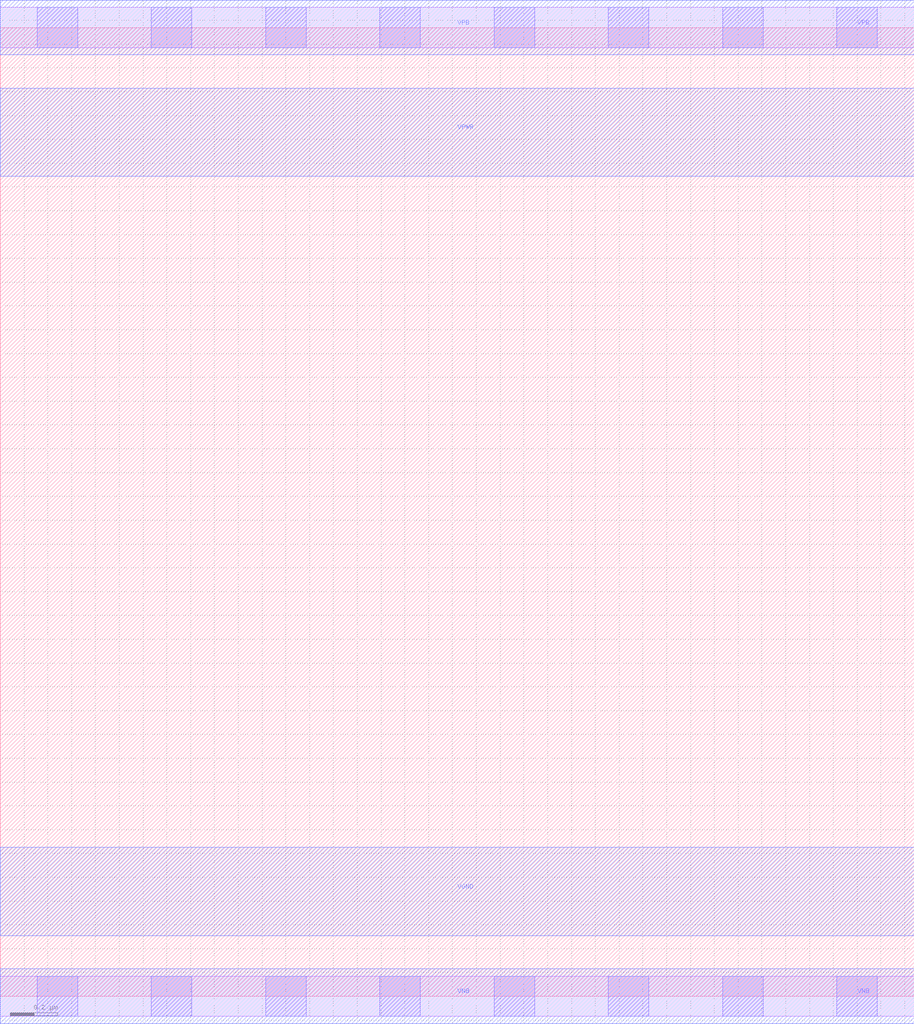
<source format=lef>
# Copyright 2020 The SkyWater PDK Authors
#
# Licensed under the Apache License, Version 2.0 (the "License");
# you may not use this file except in compliance with the License.
# You may obtain a copy of the License at
#
#     https://www.apache.org/licenses/LICENSE-2.0
#
# Unless required by applicable law or agreed to in writing, software
# distributed under the License is distributed on an "AS IS" BASIS,
# WITHOUT WARRANTIES OR CONDITIONS OF ANY KIND, either express or implied.
# See the License for the specific language governing permissions and
# limitations under the License.
#
# SPDX-License-Identifier: Apache-2.0

VERSION 5.7 ;
  NAMESCASESENSITIVE ON ;
  NOWIREEXTENSIONATPIN ON ;
  DIVIDERCHAR "/" ;
  BUSBITCHARS "[]" ;
UNITS
  DATABASE MICRONS 200 ;
END UNITS
MACRO sky130_fd_sc_hvl__fill_8
  CLASS CORE ;
  SOURCE USER ;
  FOREIGN sky130_fd_sc_hvl__fill_8 ;
  ORIGIN  0.000000  0.000000 ;
  SIZE  3.840000 BY  4.070000 ;
  SYMMETRY X Y ;
  SITE unithv ;
  PIN VGND
    DIRECTION INOUT ;
    USE GROUND ;
    PORT
      LAYER met1 ;
        RECT 0.000000 0.255000 3.840000 0.625000 ;
    END
  END VGND
  PIN VNB
    DIRECTION INOUT ;
    USE GROUND ;
    PORT
      LAYER li1 ;
        RECT 0.000000 -0.085000 3.840000 0.085000 ;
      LAYER mcon ;
        RECT 0.155000 -0.085000 0.325000 0.085000 ;
        RECT 0.635000 -0.085000 0.805000 0.085000 ;
        RECT 1.115000 -0.085000 1.285000 0.085000 ;
        RECT 1.595000 -0.085000 1.765000 0.085000 ;
        RECT 2.075000 -0.085000 2.245000 0.085000 ;
        RECT 2.555000 -0.085000 2.725000 0.085000 ;
        RECT 3.035000 -0.085000 3.205000 0.085000 ;
        RECT 3.515000 -0.085000 3.685000 0.085000 ;
      LAYER met1 ;
        RECT 0.000000 -0.115000 3.840000 0.115000 ;
    END
  END VNB
  PIN VPB
    DIRECTION INOUT ;
    USE POWER ;
    PORT
      LAYER li1 ;
        RECT 0.000000 3.985000 3.840000 4.155000 ;
      LAYER mcon ;
        RECT 0.155000 3.985000 0.325000 4.155000 ;
        RECT 0.635000 3.985000 0.805000 4.155000 ;
        RECT 1.115000 3.985000 1.285000 4.155000 ;
        RECT 1.595000 3.985000 1.765000 4.155000 ;
        RECT 2.075000 3.985000 2.245000 4.155000 ;
        RECT 2.555000 3.985000 2.725000 4.155000 ;
        RECT 3.035000 3.985000 3.205000 4.155000 ;
        RECT 3.515000 3.985000 3.685000 4.155000 ;
      LAYER met1 ;
        RECT 0.000000 3.955000 3.840000 4.185000 ;
    END
  END VPB
  PIN VPWR
    DIRECTION INOUT ;
    USE POWER ;
    PORT
      LAYER met1 ;
        RECT 0.000000 3.445000 3.840000 3.815000 ;
    END
  END VPWR
END sky130_fd_sc_hvl__fill_8

</source>
